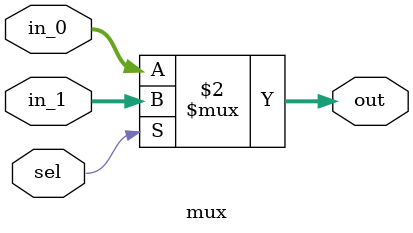
<source format=v>
module mux 
#(parameter width =32)
(input [width-1:0] in_0,
input [width-1:0] in_1,
input sel,
output [width-1:0] out 

);
assign out = (sel==1'b1) ? in_1 : in_0 ;
endmodule
</source>
